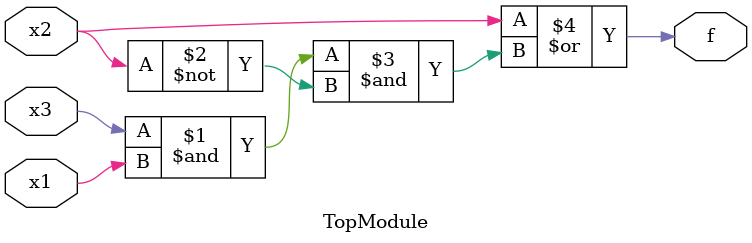
<source format=sv>

module TopModule (
  input x3,
  input x2,
  input x1,
  output f
);
assign f = x2 | (x3 & x1 & ~x2);

endmodule

</source>
